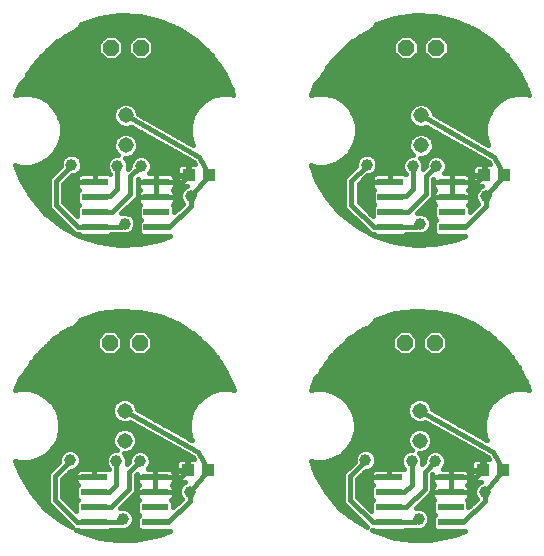
<source format=gbl>
G75*
%MOIN*%
%OFA0B0*%
%FSLAX25Y25*%
%IPPOS*%
%LPD*%
%AMOC8*
5,1,8,0,0,1.08239X$1,22.5*
%
%ADD10C,0.05150*%
%ADD11R,0.08661X0.02362*%
%ADD12OC8,0.05200*%
%ADD13R,0.04331X0.03937*%
%ADD14C,0.03962*%
%ADD15C,0.01600*%
D10*
X0050409Y0045409D03*
X0050409Y0055409D03*
X0050803Y0143835D03*
X0050803Y0153835D03*
X0149228Y0153835D03*
X0149228Y0143835D03*
X0148835Y0055409D03*
X0148835Y0045409D03*
D11*
X0159071Y0033106D03*
X0159071Y0028106D03*
X0159071Y0023106D03*
X0159071Y0018106D03*
X0138598Y0018106D03*
X0138598Y0023106D03*
X0138598Y0028106D03*
X0138598Y0033106D03*
X0060646Y0033106D03*
X0060646Y0028106D03*
X0060646Y0023106D03*
X0060646Y0018106D03*
X0040173Y0018106D03*
X0040173Y0023106D03*
X0040173Y0028106D03*
X0040173Y0033106D03*
X0040567Y0116531D03*
X0040567Y0121531D03*
X0040567Y0126531D03*
X0040567Y0131531D03*
X0061039Y0131531D03*
X0061039Y0126531D03*
X0061039Y0121531D03*
X0061039Y0116531D03*
X0138992Y0116531D03*
X0138992Y0121531D03*
X0138992Y0126531D03*
X0138992Y0131531D03*
X0159465Y0131531D03*
X0159465Y0126531D03*
X0159465Y0121531D03*
X0159465Y0116531D03*
D12*
X0153835Y0077969D03*
X0143835Y0077969D03*
X0055409Y0077969D03*
X0045409Y0077969D03*
X0045803Y0176394D03*
X0055803Y0176394D03*
X0144228Y0176394D03*
X0154228Y0176394D03*
D13*
X0170291Y0133874D03*
X0176984Y0133874D03*
X0078559Y0133874D03*
X0071866Y0133874D03*
X0071472Y0035449D03*
X0078165Y0035449D03*
X0169898Y0035449D03*
X0176591Y0035449D03*
D14*
X0170488Y0028362D03*
X0153953Y0038598D03*
X0146079Y0038598D03*
X0138598Y0038205D03*
X0130724Y0038992D03*
X0148441Y0019307D03*
X0072063Y0028362D03*
X0055528Y0038598D03*
X0047654Y0038598D03*
X0040173Y0038205D03*
X0032299Y0038992D03*
X0050016Y0019307D03*
X0050409Y0117732D03*
X0048047Y0137024D03*
X0040567Y0136630D03*
X0032693Y0137417D03*
X0055921Y0137024D03*
X0072457Y0126787D03*
X0131118Y0137417D03*
X0138992Y0136630D03*
X0146472Y0137024D03*
X0154346Y0137024D03*
X0170882Y0126787D03*
X0148835Y0117732D03*
D15*
X0025817Y0023576D02*
X0023186Y0023576D01*
X0023935Y0022719D02*
X0019416Y0027891D01*
X0015893Y0033787D01*
X0014059Y0038673D01*
X0015354Y0038326D01*
X0018536Y0038326D01*
X0021609Y0039149D01*
X0024364Y0040740D01*
X0026614Y0042990D01*
X0028205Y0045745D01*
X0029028Y0048819D01*
X0029028Y0052000D01*
X0028205Y0055073D01*
X0026614Y0057829D01*
X0024364Y0060079D01*
X0021609Y0061669D01*
X0018536Y0062493D01*
X0015354Y0062493D01*
X0014059Y0062146D01*
X0015582Y0066202D01*
X0017041Y0067661D01*
X0017597Y0069005D01*
X0018615Y0070023D01*
X0019172Y0071368D01*
X0020190Y0072386D01*
X0020495Y0073122D01*
X0020559Y0073148D01*
X0022159Y0074748D01*
X0022267Y0075009D01*
X0022528Y0075117D01*
X0024127Y0076716D01*
X0024235Y0076977D01*
X0024496Y0077085D01*
X0026096Y0078685D01*
X0026204Y0078946D01*
X0026465Y0079054D01*
X0027483Y0080072D01*
X0028827Y0080629D01*
X0029845Y0081647D01*
X0031189Y0082203D01*
X0031535Y0082549D01*
X0033551Y0083385D01*
X0035151Y0084984D01*
X0035432Y0085663D01*
X0041885Y0087759D01*
X0048691Y0088681D01*
X0055552Y0088373D01*
X0062248Y0086845D01*
X0068563Y0084145D01*
X0074295Y0080362D01*
X0079260Y0075615D01*
X0083297Y0070059D01*
X0086277Y0063871D01*
X0086752Y0062148D01*
X0085465Y0062493D01*
X0082283Y0062493D01*
X0079210Y0061669D01*
X0076455Y0060079D01*
X0074205Y0057829D01*
X0072614Y0055073D01*
X0071791Y0052000D01*
X0071791Y0048819D01*
X0072614Y0045745D01*
X0072738Y0045531D01*
X0054584Y0055805D01*
X0054584Y0056240D01*
X0053949Y0057774D01*
X0052774Y0058949D01*
X0051240Y0059584D01*
X0049579Y0059584D01*
X0048045Y0058949D01*
X0046870Y0057774D01*
X0046235Y0056240D01*
X0046235Y0054579D01*
X0046870Y0053045D01*
X0048045Y0051870D01*
X0049579Y0051235D01*
X0051240Y0051235D01*
X0052206Y0051635D01*
X0073110Y0039805D01*
X0073425Y0039217D01*
X0071657Y0039217D01*
X0071657Y0035633D01*
X0071288Y0035633D01*
X0071288Y0035265D01*
X0067507Y0035265D01*
X0067507Y0033243D01*
X0067630Y0032786D01*
X0067867Y0032375D01*
X0068202Y0032040D01*
X0068612Y0031803D01*
X0069070Y0031680D01*
X0070716Y0031680D01*
X0070034Y0031398D01*
X0069027Y0030391D01*
X0068482Y0029075D01*
X0068482Y0027650D01*
X0069027Y0026334D01*
X0069409Y0025952D01*
X0066576Y0023120D01*
X0066576Y0024950D01*
X0066056Y0025470D01*
X0066082Y0025485D01*
X0066417Y0025820D01*
X0066654Y0026230D01*
X0066776Y0026688D01*
X0066776Y0028106D01*
X0060646Y0028106D01*
X0060646Y0028106D01*
X0066776Y0028106D01*
X0066776Y0029524D01*
X0066654Y0029982D01*
X0066417Y0030393D01*
X0066203Y0030606D01*
X0066417Y0030820D01*
X0066654Y0031230D01*
X0066776Y0031688D01*
X0066776Y0033106D01*
X0060646Y0033106D01*
X0060646Y0033106D01*
X0060646Y0030125D01*
X0060646Y0028106D01*
X0060646Y0028106D01*
X0054515Y0028106D01*
X0054515Y0026688D01*
X0054638Y0026230D01*
X0054875Y0025820D01*
X0055210Y0025485D01*
X0055235Y0025470D01*
X0054715Y0024950D01*
X0054715Y0021262D01*
X0055371Y0020606D01*
X0054715Y0019950D01*
X0054715Y0016262D01*
X0055652Y0015325D01*
X0065409Y0015325D01*
X0062248Y0013974D01*
X0055552Y0012446D01*
X0048691Y0012138D01*
X0041885Y0013060D01*
X0035353Y0015182D01*
X0034342Y0015726D01*
X0034779Y0015726D01*
X0035180Y0015325D01*
X0045167Y0015325D01*
X0045548Y0015706D01*
X0049292Y0015706D01*
X0049340Y0015726D01*
X0050728Y0015726D01*
X0052044Y0016271D01*
X0053052Y0017279D01*
X0053597Y0018595D01*
X0053597Y0020019D01*
X0053052Y0021336D01*
X0052044Y0022343D01*
X0050728Y0022888D01*
X0049303Y0022888D01*
X0048985Y0022756D01*
X0053344Y0027115D01*
X0054019Y0027790D01*
X0054384Y0028672D01*
X0054384Y0034061D01*
X0054515Y0034192D01*
X0054515Y0033106D01*
X0054515Y0031688D01*
X0054638Y0031230D01*
X0054875Y0030820D01*
X0055088Y0030606D01*
X0054875Y0030393D01*
X0054638Y0029982D01*
X0054515Y0029524D01*
X0054515Y0028106D01*
X0060646Y0028106D01*
X0060646Y0028106D01*
X0060646Y0033106D01*
X0060646Y0033106D01*
X0066776Y0033106D01*
X0066776Y0034524D01*
X0066654Y0034982D01*
X0066417Y0035393D01*
X0066082Y0035728D01*
X0065671Y0035965D01*
X0065213Y0036087D01*
X0060646Y0036087D01*
X0060646Y0033106D01*
X0069130Y0033106D01*
X0071472Y0035449D01*
X0071288Y0035633D02*
X0067507Y0035633D01*
X0067507Y0037654D01*
X0067630Y0038112D01*
X0067867Y0038523D01*
X0068202Y0038858D01*
X0068612Y0039095D01*
X0069070Y0039217D01*
X0071288Y0039217D01*
X0071288Y0035633D01*
X0071288Y0036364D02*
X0071657Y0036364D01*
X0071657Y0037963D02*
X0071288Y0037963D01*
X0073241Y0039561D02*
X0059005Y0039561D01*
X0059109Y0039311D02*
X0058563Y0040627D01*
X0057556Y0041634D01*
X0056240Y0042180D01*
X0054815Y0042180D01*
X0053499Y0041634D01*
X0052492Y0040627D01*
X0051946Y0039311D01*
X0051946Y0038411D01*
X0051103Y0037568D01*
X0051235Y0037886D01*
X0051235Y0039311D01*
X0050689Y0040627D01*
X0050082Y0041235D01*
X0051240Y0041235D01*
X0052774Y0041870D01*
X0053949Y0043045D01*
X0054584Y0044579D01*
X0054584Y0046240D01*
X0053949Y0047774D01*
X0052774Y0048949D01*
X0051240Y0049584D01*
X0049579Y0049584D01*
X0048045Y0048949D01*
X0046870Y0047774D01*
X0046235Y0046240D01*
X0046235Y0044579D01*
X0046870Y0043045D01*
X0047735Y0042180D01*
X0046941Y0042180D01*
X0045625Y0041634D01*
X0044618Y0040627D01*
X0044072Y0039311D01*
X0044072Y0037886D01*
X0044618Y0036570D01*
X0045254Y0035934D01*
X0045254Y0035933D01*
X0045199Y0035965D01*
X0044741Y0036087D01*
X0040173Y0036087D01*
X0035606Y0036087D01*
X0035148Y0035965D01*
X0034737Y0035728D01*
X0034402Y0035393D01*
X0034165Y0034982D01*
X0034043Y0034524D01*
X0034043Y0033106D01*
X0034043Y0031688D01*
X0034165Y0031230D01*
X0034402Y0030820D01*
X0034737Y0030485D01*
X0034763Y0030470D01*
X0034243Y0029950D01*
X0034243Y0026262D01*
X0034899Y0025606D01*
X0034243Y0024950D01*
X0034243Y0021939D01*
X0029581Y0026600D01*
X0029581Y0032486D01*
X0032506Y0035411D01*
X0033012Y0035411D01*
X0034328Y0035956D01*
X0035335Y0036964D01*
X0035880Y0038280D01*
X0035880Y0039704D01*
X0035335Y0041021D01*
X0034328Y0042028D01*
X0033012Y0042573D01*
X0031587Y0042573D01*
X0030271Y0042028D01*
X0029263Y0041021D01*
X0028718Y0039704D01*
X0028718Y0038411D01*
X0025822Y0035515D01*
X0025146Y0034840D01*
X0024781Y0033958D01*
X0024781Y0025129D01*
X0025146Y0024247D01*
X0032627Y0016766D01*
X0032881Y0016512D01*
X0029304Y0018437D01*
X0023935Y0022719D01*
X0024864Y0021977D02*
X0027416Y0021977D01*
X0026869Y0020379D02*
X0029014Y0020379D01*
X0028873Y0018780D02*
X0030613Y0018780D01*
X0031636Y0017182D02*
X0032211Y0017182D01*
X0034661Y0018126D02*
X0040154Y0018126D01*
X0040173Y0018106D01*
X0048815Y0018106D01*
X0050016Y0019307D01*
X0053448Y0020379D02*
X0055144Y0020379D01*
X0054715Y0021977D02*
X0052410Y0021977D01*
X0054715Y0023576D02*
X0049805Y0023576D01*
X0051403Y0025175D02*
X0054939Y0025175D01*
X0054515Y0026773D02*
X0053002Y0026773D01*
X0054260Y0028372D02*
X0054515Y0028372D01*
X0054634Y0029970D02*
X0054384Y0029970D01*
X0054384Y0031569D02*
X0054547Y0031569D01*
X0054515Y0033106D02*
X0060646Y0033106D01*
X0060646Y0033106D01*
X0060646Y0033106D01*
X0060646Y0036087D01*
X0058081Y0036087D01*
X0058563Y0036570D01*
X0059109Y0037886D01*
X0059109Y0039311D01*
X0059109Y0037963D02*
X0067590Y0037963D01*
X0067507Y0036364D02*
X0058358Y0036364D01*
X0060646Y0034766D02*
X0060646Y0034766D01*
X0060646Y0033167D02*
X0060646Y0033167D01*
X0060646Y0033106D02*
X0054515Y0033106D01*
X0054515Y0033167D02*
X0054384Y0033167D01*
X0051984Y0035055D02*
X0055528Y0038598D01*
X0053024Y0041160D02*
X0050157Y0041160D01*
X0051131Y0039561D02*
X0052050Y0039561D01*
X0051498Y0037963D02*
X0051235Y0037963D01*
X0051984Y0035055D02*
X0051984Y0029150D01*
X0045941Y0023106D01*
X0040173Y0023106D01*
X0040173Y0028106D02*
X0040429Y0028362D01*
X0045291Y0028362D01*
X0047654Y0030724D01*
X0047654Y0038598D01*
X0045150Y0041160D02*
X0035196Y0041160D01*
X0035880Y0039561D02*
X0044176Y0039561D01*
X0044072Y0037963D02*
X0035749Y0037963D01*
X0034736Y0036364D02*
X0044823Y0036364D01*
X0040173Y0036087D02*
X0040173Y0033106D01*
X0034043Y0033106D01*
X0040173Y0033106D01*
X0040173Y0033106D01*
X0040173Y0038205D01*
X0040173Y0036087D02*
X0040173Y0033106D01*
X0040173Y0033106D01*
X0040173Y0033167D02*
X0040173Y0033167D01*
X0040173Y0034766D02*
X0040173Y0034766D01*
X0034107Y0034766D02*
X0031860Y0034766D01*
X0030262Y0033167D02*
X0034043Y0033167D01*
X0034075Y0031569D02*
X0029581Y0031569D01*
X0029581Y0029970D02*
X0034262Y0029970D01*
X0034243Y0028372D02*
X0029581Y0028372D01*
X0029581Y0026773D02*
X0034243Y0026773D01*
X0034467Y0025175D02*
X0031007Y0025175D01*
X0032605Y0023576D02*
X0034243Y0023576D01*
X0034204Y0021977D02*
X0034243Y0021977D01*
X0034661Y0018126D02*
X0027181Y0025606D01*
X0027181Y0033480D01*
X0032299Y0038598D01*
X0032299Y0038992D01*
X0029402Y0041160D02*
X0024784Y0041160D01*
X0026382Y0042758D02*
X0047157Y0042758D01*
X0046327Y0044357D02*
X0027403Y0044357D01*
X0028261Y0045955D02*
X0046235Y0045955D01*
X0046779Y0047554D02*
X0028689Y0047554D01*
X0029028Y0049152D02*
X0048536Y0049152D01*
X0047566Y0052349D02*
X0028935Y0052349D01*
X0029028Y0050751D02*
X0053769Y0050751D01*
X0052283Y0049152D02*
X0056593Y0049152D01*
X0054040Y0047554D02*
X0059418Y0047554D01*
X0062243Y0045955D02*
X0054584Y0045955D01*
X0054492Y0044357D02*
X0065067Y0044357D01*
X0067892Y0042758D02*
X0053662Y0042758D01*
X0058031Y0041160D02*
X0070717Y0041160D01*
X0074898Y0041551D02*
X0050409Y0055409D01*
X0046235Y0055546D02*
X0027932Y0055546D01*
X0028507Y0053948D02*
X0046496Y0053948D01*
X0046609Y0057145D02*
X0027009Y0057145D01*
X0025700Y0058743D02*
X0047839Y0058743D01*
X0052980Y0058743D02*
X0075119Y0058743D01*
X0073810Y0057145D02*
X0054209Y0057145D01*
X0055041Y0055546D02*
X0072887Y0055546D01*
X0072312Y0053948D02*
X0057865Y0053948D01*
X0060690Y0052349D02*
X0071884Y0052349D01*
X0071791Y0050751D02*
X0063515Y0050751D01*
X0066339Y0049152D02*
X0071791Y0049152D01*
X0072129Y0047554D02*
X0069164Y0047554D01*
X0071988Y0045955D02*
X0072558Y0045955D01*
X0074898Y0041551D02*
X0078165Y0035449D01*
X0072063Y0028362D01*
X0072063Y0025213D01*
X0064957Y0018106D01*
X0060646Y0018106D01*
X0062273Y0013985D02*
X0039037Y0013985D01*
X0034922Y0015583D02*
X0034607Y0015583D01*
X0045425Y0015583D02*
X0055394Y0015583D01*
X0054715Y0017182D02*
X0052955Y0017182D01*
X0053597Y0018780D02*
X0054715Y0018780D01*
X0054227Y0012386D02*
X0046855Y0012386D01*
X0060646Y0028372D02*
X0060646Y0028372D01*
X0060646Y0029970D02*
X0060646Y0029970D01*
X0060646Y0031569D02*
X0060646Y0031569D01*
X0066744Y0031569D02*
X0070446Y0031569D01*
X0068853Y0029970D02*
X0066657Y0029970D01*
X0066776Y0028372D02*
X0068482Y0028372D01*
X0068845Y0026773D02*
X0066776Y0026773D01*
X0066352Y0025175D02*
X0068631Y0025175D01*
X0067032Y0023576D02*
X0066576Y0023576D01*
X0066776Y0033167D02*
X0067528Y0033167D01*
X0067507Y0034766D02*
X0066712Y0034766D01*
X0076910Y0060342D02*
X0023909Y0060342D01*
X0020598Y0061940D02*
X0080221Y0061940D01*
X0085667Y0065137D02*
X0015182Y0065137D01*
X0014582Y0063539D02*
X0086368Y0063539D01*
X0084897Y0066736D02*
X0016115Y0066736D01*
X0017320Y0068334D02*
X0084127Y0068334D01*
X0083357Y0069933D02*
X0018525Y0069933D01*
X0019336Y0071531D02*
X0082227Y0071531D01*
X0081066Y0073130D02*
X0020515Y0073130D01*
X0022139Y0074728D02*
X0042710Y0074728D01*
X0043670Y0073769D02*
X0047149Y0073769D01*
X0049609Y0076229D01*
X0049609Y0079708D01*
X0047149Y0082168D01*
X0043670Y0082168D01*
X0041209Y0079708D01*
X0041209Y0076229D01*
X0043670Y0073769D01*
X0041209Y0076327D02*
X0023738Y0076327D01*
X0025336Y0077925D02*
X0041209Y0077925D01*
X0041209Y0079524D02*
X0026935Y0079524D01*
X0029321Y0081122D02*
X0042624Y0081122D01*
X0048195Y0081122D02*
X0052624Y0081122D01*
X0053670Y0082168D02*
X0051209Y0079708D01*
X0051209Y0076229D01*
X0053670Y0073769D01*
X0057149Y0073769D01*
X0059609Y0076229D01*
X0059609Y0079708D01*
X0057149Y0082168D01*
X0053670Y0082168D01*
X0051209Y0079524D02*
X0049609Y0079524D01*
X0049609Y0077925D02*
X0051209Y0077925D01*
X0051209Y0076327D02*
X0049609Y0076327D01*
X0048109Y0074728D02*
X0052710Y0074728D01*
X0058109Y0074728D02*
X0079904Y0074728D01*
X0078515Y0076327D02*
X0059609Y0076327D01*
X0059609Y0077925D02*
X0076844Y0077925D01*
X0075172Y0079524D02*
X0059609Y0079524D01*
X0058195Y0081122D02*
X0073143Y0081122D01*
X0070721Y0082721D02*
X0031949Y0082721D01*
X0034486Y0084319D02*
X0068156Y0084319D01*
X0064416Y0085918D02*
X0036218Y0085918D01*
X0041138Y0087516D02*
X0059305Y0087516D01*
X0055552Y0110871D02*
X0048691Y0110563D01*
X0041885Y0111485D01*
X0035353Y0113607D01*
X0029304Y0116862D01*
X0023935Y0121144D01*
X0019416Y0126316D01*
X0015893Y0132212D01*
X0014015Y0137215D01*
X0015748Y0136751D01*
X0018929Y0136751D01*
X0022003Y0137575D01*
X0024758Y0139165D01*
X0027008Y0141415D01*
X0028599Y0144171D01*
X0029422Y0147244D01*
X0029422Y0150425D01*
X0028599Y0153499D01*
X0027008Y0156254D01*
X0024758Y0158504D01*
X0022003Y0160095D01*
X0018929Y0160918D01*
X0015748Y0160918D01*
X0014015Y0160454D01*
X0015473Y0164337D01*
X0015835Y0164487D01*
X0017434Y0166086D01*
X0017991Y0167430D01*
X0019009Y0168449D01*
X0019566Y0169793D01*
X0020584Y0170811D01*
X0020889Y0171547D01*
X0020953Y0171573D01*
X0022552Y0173173D01*
X0022661Y0173434D01*
X0022922Y0173542D01*
X0024521Y0175141D01*
X0024629Y0175402D01*
X0024890Y0175510D01*
X0026489Y0177110D01*
X0026598Y0177371D01*
X0026859Y0177479D01*
X0027877Y0178497D01*
X0029221Y0179054D01*
X0030239Y0180072D01*
X0031583Y0180629D01*
X0031929Y0180975D01*
X0033945Y0181810D01*
X0035545Y0183409D01*
X0035887Y0184236D01*
X0041885Y0186184D01*
X0048691Y0187106D01*
X0055552Y0186798D01*
X0062248Y0185270D01*
X0068563Y0182570D01*
X0074295Y0178787D01*
X0079260Y0174040D01*
X0083297Y0168484D01*
X0086277Y0162296D01*
X0086721Y0160687D01*
X0085859Y0160918D01*
X0082677Y0160918D01*
X0079604Y0160095D01*
X0076848Y0158504D01*
X0074599Y0156254D01*
X0073008Y0153499D01*
X0072184Y0150425D01*
X0072184Y0147244D01*
X0073008Y0144171D01*
X0073131Y0143956D01*
X0054978Y0154230D01*
X0054978Y0154665D01*
X0054342Y0156199D01*
X0053168Y0157374D01*
X0051634Y0158009D01*
X0049973Y0158009D01*
X0048438Y0157374D01*
X0047264Y0156199D01*
X0046628Y0154665D01*
X0046628Y0153004D01*
X0047264Y0151470D01*
X0048438Y0150295D01*
X0049973Y0149660D01*
X0051634Y0149660D01*
X0052600Y0150060D01*
X0073504Y0138230D01*
X0073819Y0137643D01*
X0072050Y0137643D01*
X0072050Y0134058D01*
X0071682Y0134058D01*
X0071682Y0133690D01*
X0067901Y0133690D01*
X0067901Y0131669D01*
X0068023Y0131211D01*
X0068260Y0130800D01*
X0068596Y0130465D01*
X0069006Y0130228D01*
X0069464Y0130106D01*
X0071109Y0130105D01*
X0070428Y0129823D01*
X0069421Y0128816D01*
X0068876Y0127500D01*
X0068876Y0126075D01*
X0069421Y0124759D01*
X0069802Y0124377D01*
X0066970Y0121545D01*
X0066970Y0123375D01*
X0066450Y0123895D01*
X0066475Y0123910D01*
X0066810Y0124245D01*
X0067047Y0124656D01*
X0067170Y0125113D01*
X0067170Y0126531D01*
X0061039Y0126531D01*
X0054909Y0126531D01*
X0054909Y0125113D01*
X0055031Y0124656D01*
X0055268Y0124245D01*
X0055603Y0123910D01*
X0055629Y0123895D01*
X0055109Y0123375D01*
X0055109Y0119688D01*
X0055765Y0119031D01*
X0055109Y0118375D01*
X0055109Y0114688D01*
X0056046Y0113750D01*
X0065409Y0113750D01*
X0062248Y0112399D01*
X0055552Y0110871D01*
X0058282Y0111494D02*
X0041856Y0111494D01*
X0045560Y0113750D02*
X0045941Y0114131D01*
X0049686Y0114131D01*
X0049734Y0114151D01*
X0051122Y0114151D01*
X0052438Y0114696D01*
X0053445Y0115704D01*
X0053991Y0117020D01*
X0053991Y0118445D01*
X0053445Y0119761D01*
X0052438Y0120768D01*
X0051122Y0121313D01*
X0049697Y0121313D01*
X0049379Y0121181D01*
X0053737Y0125540D01*
X0054413Y0126215D01*
X0054778Y0127097D01*
X0054778Y0132486D01*
X0054909Y0132617D01*
X0054909Y0131532D01*
X0061039Y0131532D01*
X0061039Y0134513D01*
X0058475Y0134513D01*
X0058957Y0134995D01*
X0059502Y0136311D01*
X0059502Y0137736D01*
X0058957Y0139052D01*
X0057950Y0140060D01*
X0056634Y0140605D01*
X0055209Y0140605D01*
X0053893Y0140060D01*
X0052885Y0139052D01*
X0052340Y0137736D01*
X0052340Y0136837D01*
X0051496Y0135993D01*
X0051628Y0136311D01*
X0051628Y0137736D01*
X0051083Y0139052D01*
X0050475Y0139660D01*
X0051634Y0139660D01*
X0053168Y0140295D01*
X0054342Y0141470D01*
X0054978Y0143004D01*
X0054978Y0144665D01*
X0054342Y0146199D01*
X0053168Y0147374D01*
X0051634Y0148009D01*
X0049973Y0148009D01*
X0048438Y0147374D01*
X0047264Y0146199D01*
X0046628Y0144665D01*
X0046628Y0143004D01*
X0047264Y0141470D01*
X0048129Y0140605D01*
X0047335Y0140605D01*
X0046019Y0140060D01*
X0045011Y0139052D01*
X0044466Y0137736D01*
X0044466Y0136311D01*
X0045011Y0134995D01*
X0045647Y0134359D01*
X0045647Y0134358D01*
X0045592Y0134390D01*
X0045135Y0134513D01*
X0040567Y0134513D01*
X0040567Y0131532D01*
X0040567Y0131532D01*
X0040567Y0134513D01*
X0035999Y0134513D01*
X0035541Y0134390D01*
X0035131Y0134153D01*
X0034796Y0133818D01*
X0034559Y0133407D01*
X0034436Y0132950D01*
X0034436Y0131532D01*
X0040567Y0131532D01*
X0040567Y0131531D01*
X0034436Y0131531D01*
X0034436Y0130113D01*
X0034559Y0129656D01*
X0034796Y0129245D01*
X0035131Y0128910D01*
X0035156Y0128895D01*
X0034636Y0128375D01*
X0034636Y0124688D01*
X0035292Y0124031D01*
X0034636Y0123375D01*
X0034636Y0120364D01*
X0029975Y0125026D01*
X0029975Y0130911D01*
X0032900Y0133836D01*
X0033405Y0133836D01*
X0034721Y0134381D01*
X0035729Y0135389D01*
X0036274Y0136705D01*
X0036274Y0138130D01*
X0035729Y0139446D01*
X0034721Y0140453D01*
X0033405Y0140998D01*
X0031981Y0140998D01*
X0030664Y0140453D01*
X0029657Y0139446D01*
X0029112Y0138130D01*
X0029112Y0136837D01*
X0026215Y0133940D01*
X0025540Y0133265D01*
X0025175Y0132383D01*
X0025175Y0123554D01*
X0025540Y0122672D01*
X0033020Y0115192D01*
X0033696Y0114517D01*
X0034578Y0114151D01*
X0035173Y0114151D01*
X0035573Y0113750D01*
X0045560Y0113750D01*
X0049209Y0116531D02*
X0040567Y0116531D01*
X0040547Y0116551D01*
X0035055Y0116551D01*
X0027575Y0124031D01*
X0027575Y0131906D01*
X0032693Y0137024D01*
X0032693Y0137417D01*
X0033495Y0133873D02*
X0034851Y0133873D01*
X0034436Y0132275D02*
X0031338Y0132275D01*
X0029975Y0130676D02*
X0034436Y0130676D01*
X0034963Y0129078D02*
X0029975Y0129078D01*
X0029975Y0127479D02*
X0034636Y0127479D01*
X0034636Y0125881D02*
X0029975Y0125881D01*
X0030718Y0124282D02*
X0035042Y0124282D01*
X0034636Y0122684D02*
X0032317Y0122684D01*
X0033915Y0121085D02*
X0034636Y0121085D01*
X0030324Y0117888D02*
X0028018Y0117888D01*
X0028725Y0119487D02*
X0026013Y0119487D01*
X0027127Y0121085D02*
X0024009Y0121085D01*
X0022590Y0122684D02*
X0025535Y0122684D01*
X0025175Y0124282D02*
X0021193Y0124282D01*
X0019796Y0125881D02*
X0025175Y0125881D01*
X0025175Y0127479D02*
X0018721Y0127479D01*
X0017766Y0129078D02*
X0025175Y0129078D01*
X0025175Y0130676D02*
X0016811Y0130676D01*
X0015870Y0132275D02*
X0025175Y0132275D01*
X0026148Y0133873D02*
X0015270Y0133873D01*
X0014670Y0135472D02*
X0027747Y0135472D01*
X0029112Y0137070D02*
X0020120Y0137070D01*
X0023898Y0138669D02*
X0029335Y0138669D01*
X0030478Y0140267D02*
X0025860Y0140267D01*
X0027268Y0141866D02*
X0047100Y0141866D01*
X0046628Y0143464D02*
X0028191Y0143464D01*
X0028838Y0145063D02*
X0046793Y0145063D01*
X0047726Y0146661D02*
X0029266Y0146661D01*
X0029422Y0148260D02*
X0055781Y0148260D01*
X0053880Y0146661D02*
X0058606Y0146661D01*
X0061430Y0145063D02*
X0054813Y0145063D01*
X0054978Y0143464D02*
X0064255Y0143464D01*
X0067080Y0141866D02*
X0054506Y0141866D01*
X0054394Y0140267D02*
X0053100Y0140267D01*
X0052727Y0138669D02*
X0051242Y0138669D01*
X0051628Y0137070D02*
X0052340Y0137070D01*
X0055921Y0137024D02*
X0052378Y0133480D01*
X0052378Y0127575D01*
X0046335Y0121531D01*
X0040567Y0121531D01*
X0040567Y0126531D02*
X0040823Y0126787D01*
X0045685Y0126787D01*
X0048047Y0129150D01*
X0048047Y0137024D01*
X0044466Y0137070D02*
X0036274Y0137070D01*
X0036051Y0138669D02*
X0044853Y0138669D01*
X0046520Y0140267D02*
X0034907Y0140267D01*
X0035763Y0135472D02*
X0044814Y0135472D01*
X0040567Y0136630D02*
X0040567Y0131531D01*
X0040567Y0132275D02*
X0040567Y0132275D01*
X0040567Y0133873D02*
X0040567Y0133873D01*
X0050881Y0122684D02*
X0055109Y0122684D01*
X0055109Y0121085D02*
X0051673Y0121085D01*
X0053559Y0119487D02*
X0055310Y0119487D01*
X0055109Y0117888D02*
X0053991Y0117888D01*
X0053688Y0116290D02*
X0055109Y0116290D01*
X0055109Y0114691D02*
X0052425Y0114691D01*
X0050409Y0117732D02*
X0049209Y0116531D01*
X0052479Y0124282D02*
X0055247Y0124282D01*
X0054909Y0125881D02*
X0054078Y0125881D01*
X0054909Y0126532D02*
X0061039Y0126532D01*
X0061039Y0131531D01*
X0061039Y0131531D01*
X0054909Y0131531D01*
X0054909Y0130113D01*
X0055031Y0129656D01*
X0055268Y0129245D01*
X0055482Y0129031D01*
X0055268Y0128818D01*
X0055031Y0128407D01*
X0054909Y0127950D01*
X0054909Y0126532D01*
X0054909Y0127479D02*
X0054778Y0127479D01*
X0054778Y0129078D02*
X0055436Y0129078D01*
X0054909Y0130676D02*
X0054778Y0130676D01*
X0054778Y0132275D02*
X0054909Y0132275D01*
X0059155Y0135472D02*
X0067901Y0135472D01*
X0067901Y0136079D02*
X0067901Y0134058D01*
X0071682Y0134058D01*
X0071682Y0137643D01*
X0069464Y0137643D01*
X0069006Y0137520D01*
X0068596Y0137283D01*
X0068260Y0136948D01*
X0068023Y0136537D01*
X0067901Y0136079D01*
X0068383Y0137070D02*
X0059502Y0137070D01*
X0059116Y0138669D02*
X0072729Y0138669D01*
X0072050Y0137070D02*
X0071682Y0137070D01*
X0071682Y0135472D02*
X0072050Y0135472D01*
X0071866Y0133874D02*
X0069524Y0131531D01*
X0061039Y0131531D01*
X0061039Y0131532D01*
X0061039Y0131532D01*
X0061039Y0134513D01*
X0065607Y0134513D01*
X0066065Y0134390D01*
X0066475Y0134153D01*
X0066810Y0133818D01*
X0067047Y0133407D01*
X0067170Y0132950D01*
X0067170Y0131532D01*
X0061039Y0131532D01*
X0061039Y0131531D01*
X0061039Y0128550D01*
X0061039Y0126532D01*
X0061039Y0126532D01*
X0061039Y0126531D01*
X0061039Y0126532D01*
X0067170Y0126532D01*
X0067170Y0127950D01*
X0067047Y0128407D01*
X0066810Y0128818D01*
X0066597Y0129031D01*
X0066810Y0129245D01*
X0067047Y0129656D01*
X0067170Y0130113D01*
X0067170Y0131531D01*
X0061039Y0131531D01*
X0061039Y0132275D02*
X0061039Y0132275D01*
X0061039Y0133873D02*
X0061039Y0133873D01*
X0061039Y0130676D02*
X0061039Y0130676D01*
X0061039Y0129078D02*
X0061039Y0129078D01*
X0061039Y0127479D02*
X0061039Y0127479D01*
X0066643Y0129078D02*
X0069683Y0129078D01*
X0068876Y0127479D02*
X0067170Y0127479D01*
X0067170Y0125881D02*
X0068956Y0125881D01*
X0069707Y0124282D02*
X0066832Y0124282D01*
X0066970Y0122684D02*
X0068109Y0122684D01*
X0072457Y0123638D02*
X0072457Y0126787D01*
X0078559Y0133874D01*
X0075291Y0139976D01*
X0050803Y0153835D01*
X0049493Y0149858D02*
X0029422Y0149858D01*
X0029146Y0151457D02*
X0047277Y0151457D01*
X0046628Y0153055D02*
X0028717Y0153055D01*
X0027932Y0154654D02*
X0046628Y0154654D01*
X0047317Y0156252D02*
X0027009Y0156252D01*
X0025411Y0157851D02*
X0049590Y0157851D01*
X0052016Y0157851D02*
X0076195Y0157851D01*
X0074598Y0156252D02*
X0054289Y0156252D01*
X0054978Y0154654D02*
X0073675Y0154654D01*
X0072889Y0153055D02*
X0057053Y0153055D01*
X0059878Y0151457D02*
X0072461Y0151457D01*
X0072184Y0149858D02*
X0062702Y0149858D01*
X0065527Y0148260D02*
X0072184Y0148260D01*
X0072340Y0146661D02*
X0068352Y0146661D01*
X0071176Y0145063D02*
X0072769Y0145063D01*
X0069904Y0140267D02*
X0057448Y0140267D01*
X0052956Y0149858D02*
X0052113Y0149858D01*
X0066755Y0133873D02*
X0071682Y0133873D01*
X0067901Y0132275D02*
X0067170Y0132275D01*
X0067170Y0130676D02*
X0068384Y0130676D01*
X0072457Y0123638D02*
X0065350Y0116531D01*
X0061039Y0116531D01*
X0063870Y0113093D02*
X0036937Y0113093D01*
X0033521Y0114691D02*
X0033338Y0114691D01*
X0031923Y0116290D02*
X0030368Y0116290D01*
X0014557Y0137070D02*
X0014070Y0137070D01*
X0014238Y0161048D02*
X0086621Y0161048D01*
X0086108Y0162646D02*
X0014838Y0162646D01*
X0015438Y0164245D02*
X0085338Y0164245D01*
X0084568Y0165844D02*
X0017192Y0165844D01*
X0018003Y0167442D02*
X0083799Y0167442D01*
X0082892Y0169041D02*
X0019254Y0169041D01*
X0020412Y0170639D02*
X0081731Y0170639D01*
X0080570Y0172238D02*
X0057587Y0172238D01*
X0057543Y0172194D02*
X0060003Y0174654D01*
X0060003Y0178133D01*
X0057543Y0180594D01*
X0054063Y0180594D01*
X0051603Y0178133D01*
X0051603Y0174654D01*
X0054063Y0172194D01*
X0057543Y0172194D01*
X0059185Y0173836D02*
X0079408Y0173836D01*
X0077802Y0175435D02*
X0060003Y0175435D01*
X0060003Y0177033D02*
X0076130Y0177033D01*
X0074458Y0178632D02*
X0059505Y0178632D01*
X0057906Y0180230D02*
X0072109Y0180230D01*
X0069687Y0181829D02*
X0033964Y0181829D01*
X0035552Y0183427D02*
X0066559Y0183427D01*
X0062819Y0185026D02*
X0038318Y0185026D01*
X0043700Y0180230D02*
X0030621Y0180230D01*
X0028201Y0178632D02*
X0042101Y0178632D01*
X0041603Y0178133D02*
X0044063Y0180594D01*
X0047543Y0180594D01*
X0050003Y0178133D01*
X0050003Y0174654D01*
X0047543Y0172194D01*
X0044063Y0172194D01*
X0041603Y0174654D01*
X0041603Y0178133D01*
X0041603Y0177033D02*
X0026413Y0177033D01*
X0024707Y0175435D02*
X0041603Y0175435D01*
X0042421Y0173836D02*
X0023216Y0173836D01*
X0021617Y0172238D02*
X0044020Y0172238D01*
X0047587Y0172238D02*
X0054020Y0172238D01*
X0052421Y0173836D02*
X0049185Y0173836D01*
X0050003Y0175435D02*
X0051603Y0175435D01*
X0051603Y0177033D02*
X0050003Y0177033D01*
X0049505Y0178632D02*
X0052101Y0178632D01*
X0053700Y0180230D02*
X0047906Y0180230D01*
X0045131Y0186624D02*
X0056314Y0186624D01*
X0078486Y0159449D02*
X0023120Y0159449D01*
X0112441Y0160454D02*
X0113898Y0164337D01*
X0114260Y0164487D01*
X0115860Y0166086D01*
X0116416Y0167430D01*
X0117434Y0168449D01*
X0117991Y0169793D01*
X0119009Y0170811D01*
X0119314Y0171547D01*
X0119378Y0171573D01*
X0120978Y0173173D01*
X0121086Y0173434D01*
X0121347Y0173542D01*
X0122946Y0175141D01*
X0123054Y0175402D01*
X0123315Y0175510D01*
X0124915Y0177110D01*
X0125023Y0177371D01*
X0125284Y0177479D01*
X0126302Y0178497D01*
X0127646Y0179054D01*
X0128664Y0180072D01*
X0130008Y0180629D01*
X0130354Y0180975D01*
X0132370Y0181810D01*
X0133970Y0183409D01*
X0134312Y0184236D01*
X0140310Y0186184D01*
X0147116Y0187106D01*
X0153977Y0186798D01*
X0160673Y0185270D01*
X0166989Y0182570D01*
X0172721Y0178787D01*
X0177685Y0174040D01*
X0181722Y0168484D01*
X0184702Y0162296D01*
X0185146Y0160687D01*
X0184284Y0160918D01*
X0181102Y0160918D01*
X0178029Y0160095D01*
X0175273Y0158504D01*
X0173024Y0156254D01*
X0171433Y0153499D01*
X0170609Y0150425D01*
X0170609Y0147244D01*
X0171433Y0144171D01*
X0171557Y0143956D01*
X0153403Y0154230D01*
X0153403Y0154665D01*
X0152768Y0156199D01*
X0151593Y0157374D01*
X0150059Y0158009D01*
X0148398Y0158009D01*
X0146864Y0157374D01*
X0145689Y0156199D01*
X0145054Y0154665D01*
X0145054Y0153004D01*
X0145689Y0151470D01*
X0146864Y0150295D01*
X0148398Y0149660D01*
X0150059Y0149660D01*
X0151025Y0150060D01*
X0171929Y0138230D01*
X0172244Y0137643D01*
X0170476Y0137643D01*
X0170476Y0134058D01*
X0170107Y0134058D01*
X0170107Y0133690D01*
X0166326Y0133690D01*
X0166326Y0131669D01*
X0166449Y0131211D01*
X0166686Y0130800D01*
X0167021Y0130465D01*
X0167431Y0130228D01*
X0167889Y0130106D01*
X0169535Y0130106D01*
X0168853Y0129823D01*
X0167846Y0128816D01*
X0167301Y0127500D01*
X0167301Y0126075D01*
X0167846Y0124759D01*
X0168227Y0124377D01*
X0165395Y0121545D01*
X0165395Y0123375D01*
X0164875Y0123895D01*
X0164900Y0123910D01*
X0165236Y0124245D01*
X0165473Y0124656D01*
X0165595Y0125113D01*
X0165595Y0126531D01*
X0159465Y0126531D01*
X0159465Y0126532D01*
X0159464Y0126532D01*
X0159464Y0126531D01*
X0153334Y0126531D01*
X0153334Y0125113D01*
X0153457Y0124656D01*
X0153693Y0124245D01*
X0154029Y0123910D01*
X0154054Y0123895D01*
X0153534Y0123375D01*
X0153534Y0119688D01*
X0154190Y0119031D01*
X0153534Y0118375D01*
X0153534Y0114688D01*
X0154471Y0113750D01*
X0163834Y0113750D01*
X0160673Y0112399D01*
X0153977Y0110871D01*
X0147116Y0110563D01*
X0140310Y0111485D01*
X0133778Y0113607D01*
X0127730Y0116862D01*
X0122360Y0121144D01*
X0117841Y0126316D01*
X0114318Y0132212D01*
X0112441Y0137215D01*
X0114173Y0136751D01*
X0117355Y0136751D01*
X0120428Y0137575D01*
X0123183Y0139165D01*
X0125433Y0141415D01*
X0127024Y0144171D01*
X0127847Y0147244D01*
X0127847Y0150425D01*
X0127024Y0153499D01*
X0125433Y0156254D01*
X0123183Y0158504D01*
X0120428Y0160095D01*
X0117355Y0160918D01*
X0114173Y0160918D01*
X0112441Y0160454D01*
X0112664Y0161048D02*
X0185046Y0161048D01*
X0184533Y0162646D02*
X0113264Y0162646D01*
X0113863Y0164245D02*
X0183763Y0164245D01*
X0182994Y0165844D02*
X0115617Y0165844D01*
X0116428Y0167442D02*
X0182224Y0167442D01*
X0181318Y0169041D02*
X0117680Y0169041D01*
X0118837Y0170639D02*
X0180156Y0170639D01*
X0178995Y0172238D02*
X0156012Y0172238D01*
X0155968Y0172194D02*
X0158428Y0174654D01*
X0158428Y0178133D01*
X0155968Y0180594D01*
X0152489Y0180594D01*
X0150028Y0178133D01*
X0150028Y0174654D01*
X0152489Y0172194D01*
X0155968Y0172194D01*
X0157610Y0173836D02*
X0177833Y0173836D01*
X0176227Y0175435D02*
X0158428Y0175435D01*
X0158428Y0177033D02*
X0174555Y0177033D01*
X0172883Y0178632D02*
X0157930Y0178632D01*
X0156332Y0180230D02*
X0170534Y0180230D01*
X0168112Y0181829D02*
X0132389Y0181829D01*
X0133977Y0183427D02*
X0164984Y0183427D01*
X0161244Y0185026D02*
X0136744Y0185026D01*
X0142125Y0180230D02*
X0129046Y0180230D01*
X0126627Y0178632D02*
X0140527Y0178632D01*
X0140028Y0178133D02*
X0140028Y0174654D01*
X0142489Y0172194D01*
X0145968Y0172194D01*
X0148428Y0174654D01*
X0148428Y0178133D01*
X0145968Y0180594D01*
X0142489Y0180594D01*
X0140028Y0178133D01*
X0140028Y0177033D02*
X0124838Y0177033D01*
X0123132Y0175435D02*
X0140028Y0175435D01*
X0140846Y0173836D02*
X0121641Y0173836D01*
X0120042Y0172238D02*
X0142445Y0172238D01*
X0146012Y0172238D02*
X0152445Y0172238D01*
X0150846Y0173836D02*
X0147610Y0173836D01*
X0148428Y0175435D02*
X0150028Y0175435D01*
X0150028Y0177033D02*
X0148428Y0177033D01*
X0147930Y0178632D02*
X0150527Y0178632D01*
X0152125Y0180230D02*
X0146332Y0180230D01*
X0143557Y0186624D02*
X0154739Y0186624D01*
X0176911Y0159449D02*
X0121545Y0159449D01*
X0123836Y0157851D02*
X0148015Y0157851D01*
X0150441Y0157851D02*
X0174621Y0157851D01*
X0173023Y0156252D02*
X0152715Y0156252D01*
X0153403Y0154654D02*
X0172100Y0154654D01*
X0171314Y0153055D02*
X0155478Y0153055D01*
X0158303Y0151457D02*
X0170886Y0151457D01*
X0170609Y0149858D02*
X0161127Y0149858D01*
X0163952Y0148260D02*
X0170609Y0148260D01*
X0170766Y0146661D02*
X0166777Y0146661D01*
X0169601Y0145063D02*
X0171194Y0145063D01*
X0168329Y0140267D02*
X0155873Y0140267D01*
X0156375Y0140060D02*
X0155059Y0140605D01*
X0153634Y0140605D01*
X0152318Y0140060D01*
X0151311Y0139052D01*
X0150765Y0137736D01*
X0150765Y0136837D01*
X0149922Y0135993D01*
X0150054Y0136311D01*
X0150054Y0137736D01*
X0149508Y0139052D01*
X0148901Y0139660D01*
X0150059Y0139660D01*
X0151593Y0140295D01*
X0152768Y0141470D01*
X0153403Y0143004D01*
X0153403Y0144665D01*
X0152768Y0146199D01*
X0151593Y0147374D01*
X0150059Y0148009D01*
X0148398Y0148009D01*
X0146864Y0147374D01*
X0145689Y0146199D01*
X0145054Y0144665D01*
X0145054Y0143004D01*
X0145689Y0141470D01*
X0146554Y0140605D01*
X0145760Y0140605D01*
X0144444Y0140060D01*
X0143437Y0139052D01*
X0142891Y0137736D01*
X0142891Y0136311D01*
X0143437Y0134995D01*
X0144072Y0134359D01*
X0144072Y0134358D01*
X0144018Y0134390D01*
X0143560Y0134513D01*
X0138992Y0134513D01*
X0134424Y0134513D01*
X0133967Y0134390D01*
X0133556Y0134153D01*
X0133221Y0133818D01*
X0132984Y0133407D01*
X0132861Y0132950D01*
X0132861Y0131532D01*
X0138992Y0131532D01*
X0138992Y0134513D01*
X0138992Y0131532D01*
X0138992Y0131532D01*
X0138992Y0131531D01*
X0132861Y0131531D01*
X0132861Y0130113D01*
X0132984Y0129656D01*
X0133221Y0129245D01*
X0133556Y0128910D01*
X0133582Y0128895D01*
X0133061Y0128375D01*
X0133061Y0124688D01*
X0133718Y0124031D01*
X0133061Y0123375D01*
X0133061Y0120364D01*
X0128400Y0125026D01*
X0128400Y0130911D01*
X0131325Y0133836D01*
X0131830Y0133836D01*
X0133147Y0134381D01*
X0134154Y0135389D01*
X0134699Y0136705D01*
X0134699Y0138130D01*
X0134154Y0139446D01*
X0133147Y0140453D01*
X0131830Y0140998D01*
X0130406Y0140998D01*
X0129090Y0140453D01*
X0128082Y0139446D01*
X0127537Y0138130D01*
X0127537Y0136837D01*
X0124641Y0133940D01*
X0123965Y0133265D01*
X0123600Y0132383D01*
X0123600Y0123554D01*
X0123965Y0122672D01*
X0131446Y0115192D01*
X0132121Y0114517D01*
X0133003Y0114151D01*
X0133598Y0114151D01*
X0133999Y0113750D01*
X0143986Y0113750D01*
X0144367Y0114131D01*
X0148111Y0114131D01*
X0148159Y0114151D01*
X0149547Y0114151D01*
X0150863Y0114696D01*
X0151871Y0115704D01*
X0152416Y0117020D01*
X0152416Y0118445D01*
X0151871Y0119761D01*
X0150863Y0120768D01*
X0149547Y0121313D01*
X0148122Y0121313D01*
X0147804Y0121181D01*
X0152163Y0125540D01*
X0152838Y0126215D01*
X0153203Y0127097D01*
X0153203Y0132486D01*
X0153334Y0132617D01*
X0153334Y0131532D01*
X0159464Y0131532D01*
X0159464Y0134513D01*
X0156900Y0134513D01*
X0157382Y0134995D01*
X0157928Y0136311D01*
X0157928Y0137736D01*
X0157382Y0139052D01*
X0156375Y0140060D01*
X0157541Y0138669D02*
X0171154Y0138669D01*
X0170107Y0137643D02*
X0167889Y0137643D01*
X0167431Y0137520D01*
X0167021Y0137283D01*
X0166686Y0136948D01*
X0166449Y0136537D01*
X0166326Y0136079D01*
X0166326Y0134058D01*
X0170107Y0134058D01*
X0170107Y0137643D01*
X0170107Y0137070D02*
X0170476Y0137070D01*
X0170476Y0135472D02*
X0170107Y0135472D01*
X0170107Y0133873D02*
X0165180Y0133873D01*
X0165236Y0133818D02*
X0164900Y0134153D01*
X0164490Y0134390D01*
X0164032Y0134513D01*
X0159465Y0134513D01*
X0159465Y0131532D01*
X0159464Y0131532D01*
X0159464Y0131531D01*
X0153334Y0131531D01*
X0153334Y0130113D01*
X0153457Y0129656D01*
X0153693Y0129245D01*
X0153907Y0129031D01*
X0153693Y0128818D01*
X0153457Y0128407D01*
X0153334Y0127950D01*
X0153334Y0126532D01*
X0159464Y0126532D01*
X0159464Y0131531D01*
X0159465Y0131531D01*
X0159465Y0131532D01*
X0165595Y0131532D01*
X0165595Y0132950D01*
X0165473Y0133407D01*
X0165236Y0133818D01*
X0165595Y0132275D02*
X0166326Y0132275D01*
X0165595Y0131531D02*
X0159465Y0131531D01*
X0159465Y0128550D01*
X0159465Y0126532D01*
X0165595Y0126532D01*
X0165595Y0127950D01*
X0165473Y0128407D01*
X0165236Y0128818D01*
X0165022Y0129031D01*
X0165236Y0129245D01*
X0165473Y0129656D01*
X0165595Y0130113D01*
X0165595Y0131531D01*
X0165595Y0130676D02*
X0166810Y0130676D01*
X0167949Y0131531D02*
X0170291Y0133874D01*
X0167949Y0131531D02*
X0159465Y0131531D01*
X0159464Y0132275D02*
X0159465Y0132275D01*
X0159464Y0133873D02*
X0159465Y0133873D01*
X0157580Y0135472D02*
X0166326Y0135472D01*
X0166808Y0137070D02*
X0157928Y0137070D01*
X0154346Y0137024D02*
X0150803Y0133480D01*
X0150803Y0127575D01*
X0144760Y0121531D01*
X0138992Y0121531D01*
X0138972Y0116551D02*
X0138992Y0116531D01*
X0147634Y0116531D01*
X0148835Y0117732D01*
X0150098Y0121085D02*
X0153534Y0121085D01*
X0153534Y0122684D02*
X0149306Y0122684D01*
X0150905Y0124282D02*
X0153672Y0124282D01*
X0153334Y0125881D02*
X0152503Y0125881D01*
X0153203Y0127479D02*
X0153334Y0127479D01*
X0153203Y0129078D02*
X0153861Y0129078D01*
X0153334Y0130676D02*
X0153203Y0130676D01*
X0153203Y0132275D02*
X0153334Y0132275D01*
X0150765Y0137070D02*
X0150054Y0137070D01*
X0149667Y0138669D02*
X0151152Y0138669D01*
X0151525Y0140267D02*
X0152820Y0140267D01*
X0152932Y0141866D02*
X0165505Y0141866D01*
X0162680Y0143464D02*
X0153403Y0143464D01*
X0153238Y0145063D02*
X0159856Y0145063D01*
X0157031Y0146661D02*
X0152306Y0146661D01*
X0154206Y0148260D02*
X0127847Y0148260D01*
X0127847Y0149858D02*
X0147919Y0149858D01*
X0150538Y0149858D02*
X0151382Y0149858D01*
X0149228Y0153835D02*
X0173717Y0139976D01*
X0176984Y0133874D01*
X0170882Y0126787D01*
X0170882Y0123638D01*
X0163776Y0116531D01*
X0159465Y0116531D01*
X0162295Y0113093D02*
X0135362Y0113093D01*
X0131946Y0114691D02*
X0131764Y0114691D01*
X0130348Y0116290D02*
X0128793Y0116290D01*
X0128749Y0117888D02*
X0126443Y0117888D01*
X0127151Y0119487D02*
X0124438Y0119487D01*
X0125552Y0121085D02*
X0122434Y0121085D01*
X0121015Y0122684D02*
X0123961Y0122684D01*
X0123600Y0124282D02*
X0119618Y0124282D01*
X0118222Y0125881D02*
X0123600Y0125881D01*
X0123600Y0127479D02*
X0117146Y0127479D01*
X0116191Y0129078D02*
X0123600Y0129078D01*
X0123600Y0130676D02*
X0115236Y0130676D01*
X0114295Y0132275D02*
X0123600Y0132275D01*
X0124574Y0133873D02*
X0113695Y0133873D01*
X0113095Y0135472D02*
X0126172Y0135472D01*
X0127537Y0137070D02*
X0118546Y0137070D01*
X0122323Y0138669D02*
X0127760Y0138669D01*
X0128904Y0140267D02*
X0124285Y0140267D01*
X0125693Y0141866D02*
X0145525Y0141866D01*
X0145054Y0143464D02*
X0126616Y0143464D01*
X0127263Y0145063D02*
X0145218Y0145063D01*
X0146151Y0146661D02*
X0127691Y0146661D01*
X0127571Y0151457D02*
X0145702Y0151457D01*
X0145054Y0153055D02*
X0127143Y0153055D01*
X0126357Y0154654D02*
X0145054Y0154654D01*
X0145742Y0156252D02*
X0125434Y0156252D01*
X0133333Y0140267D02*
X0144946Y0140267D01*
X0143278Y0138669D02*
X0134476Y0138669D01*
X0134699Y0137070D02*
X0142891Y0137070D01*
X0143239Y0135472D02*
X0134188Y0135472D01*
X0133277Y0133873D02*
X0131920Y0133873D01*
X0132861Y0132275D02*
X0129763Y0132275D01*
X0128400Y0130676D02*
X0132861Y0130676D01*
X0133388Y0129078D02*
X0128400Y0129078D01*
X0128400Y0127479D02*
X0133061Y0127479D01*
X0133061Y0125881D02*
X0128400Y0125881D01*
X0129143Y0124282D02*
X0133467Y0124282D01*
X0133061Y0122684D02*
X0130742Y0122684D01*
X0132340Y0121085D02*
X0133061Y0121085D01*
X0133480Y0116551D02*
X0138972Y0116551D01*
X0140281Y0111494D02*
X0156707Y0111494D01*
X0153534Y0114691D02*
X0150851Y0114691D01*
X0152113Y0116290D02*
X0153534Y0116290D01*
X0153534Y0117888D02*
X0152416Y0117888D01*
X0151984Y0119487D02*
X0153735Y0119487D01*
X0159464Y0127479D02*
X0159465Y0127479D01*
X0159464Y0129078D02*
X0159465Y0129078D01*
X0159464Y0130676D02*
X0159465Y0130676D01*
X0165068Y0129078D02*
X0168108Y0129078D01*
X0167301Y0127479D02*
X0165595Y0127479D01*
X0165595Y0125881D02*
X0167381Y0125881D01*
X0168132Y0124282D02*
X0165257Y0124282D01*
X0165395Y0122684D02*
X0166534Y0122684D01*
X0146472Y0129150D02*
X0144110Y0126787D01*
X0139248Y0126787D01*
X0138992Y0126531D01*
X0138992Y0131531D02*
X0138992Y0136630D01*
X0138992Y0133873D02*
X0138992Y0133873D01*
X0138992Y0132275D02*
X0138992Y0132275D01*
X0146472Y0129150D02*
X0146472Y0137024D01*
X0131118Y0137024D02*
X0126000Y0131906D01*
X0126000Y0124031D01*
X0133480Y0116551D01*
X0131118Y0137024D02*
X0131118Y0137417D01*
X0112982Y0137070D02*
X0112495Y0137070D01*
X0133857Y0085663D02*
X0140310Y0087759D01*
X0147116Y0088681D01*
X0153977Y0088373D01*
X0160673Y0086845D01*
X0166989Y0084145D01*
X0172721Y0080362D01*
X0177685Y0075615D01*
X0181722Y0070059D01*
X0184702Y0063871D01*
X0185177Y0062148D01*
X0183890Y0062493D01*
X0180708Y0062493D01*
X0177635Y0061669D01*
X0174880Y0060079D01*
X0172630Y0057829D01*
X0171039Y0055073D01*
X0170216Y0052000D01*
X0170216Y0048819D01*
X0171039Y0045745D01*
X0171163Y0045531D01*
X0153009Y0055805D01*
X0153009Y0056240D01*
X0152374Y0057774D01*
X0151199Y0058949D01*
X0149665Y0059584D01*
X0148004Y0059584D01*
X0146470Y0058949D01*
X0145295Y0057774D01*
X0144660Y0056240D01*
X0144660Y0054579D01*
X0145295Y0053045D01*
X0146470Y0051870D01*
X0148004Y0051235D01*
X0149665Y0051235D01*
X0150631Y0051635D01*
X0171535Y0039805D01*
X0171850Y0039217D01*
X0170082Y0039217D01*
X0170082Y0035633D01*
X0169713Y0035633D01*
X0169713Y0035265D01*
X0165932Y0035265D01*
X0165932Y0033243D01*
X0166055Y0032786D01*
X0166292Y0032375D01*
X0166627Y0032040D01*
X0167038Y0031803D01*
X0167495Y0031680D01*
X0169141Y0031680D01*
X0168460Y0031398D01*
X0167452Y0030391D01*
X0166907Y0029075D01*
X0166907Y0027650D01*
X0167452Y0026334D01*
X0167834Y0025952D01*
X0165002Y0023120D01*
X0165002Y0024950D01*
X0164481Y0025470D01*
X0164507Y0025485D01*
X0164842Y0025820D01*
X0165079Y0026230D01*
X0165202Y0026688D01*
X0165202Y0028106D01*
X0159071Y0028106D01*
X0159071Y0028106D01*
X0165202Y0028106D01*
X0165202Y0029524D01*
X0165079Y0029982D01*
X0164842Y0030393D01*
X0164628Y0030606D01*
X0164842Y0030820D01*
X0165079Y0031230D01*
X0165202Y0031688D01*
X0165202Y0033106D01*
X0159071Y0033106D01*
X0159071Y0030125D01*
X0159071Y0028106D01*
X0152940Y0028106D01*
X0152940Y0026688D01*
X0153063Y0026230D01*
X0153300Y0025820D01*
X0153635Y0025485D01*
X0153660Y0025470D01*
X0153140Y0024950D01*
X0153140Y0021262D01*
X0153796Y0020606D01*
X0153140Y0019950D01*
X0153140Y0016262D01*
X0154077Y0015325D01*
X0163834Y0015325D01*
X0160673Y0013974D01*
X0153977Y0012446D01*
X0147116Y0012138D01*
X0140310Y0013060D01*
X0133778Y0015182D01*
X0132767Y0015726D01*
X0133204Y0015726D01*
X0133605Y0015325D01*
X0143592Y0015325D01*
X0143973Y0015706D01*
X0147718Y0015706D01*
X0147765Y0015726D01*
X0149153Y0015726D01*
X0150469Y0016271D01*
X0151477Y0017279D01*
X0152022Y0018595D01*
X0152022Y0020019D01*
X0151477Y0021336D01*
X0150469Y0022343D01*
X0149153Y0022888D01*
X0147729Y0022888D01*
X0147410Y0022756D01*
X0151769Y0027115D01*
X0152444Y0027790D01*
X0152809Y0028672D01*
X0152809Y0034061D01*
X0152940Y0034192D01*
X0152940Y0033106D01*
X0152940Y0031688D01*
X0153063Y0031230D01*
X0153300Y0030820D01*
X0153513Y0030606D01*
X0153300Y0030393D01*
X0153063Y0029982D01*
X0152940Y0029524D01*
X0152940Y0028106D01*
X0159071Y0028106D01*
X0159071Y0028106D01*
X0159071Y0028106D01*
X0159071Y0033106D01*
X0159071Y0033106D01*
X0159071Y0033106D01*
X0167555Y0033106D01*
X0169898Y0035449D01*
X0169713Y0035633D02*
X0165932Y0035633D01*
X0165932Y0037654D01*
X0166055Y0038112D01*
X0166292Y0038523D01*
X0166627Y0038858D01*
X0167038Y0039095D01*
X0167495Y0039217D01*
X0169713Y0039217D01*
X0169713Y0035633D01*
X0169713Y0036364D02*
X0170082Y0036364D01*
X0170082Y0037963D02*
X0169713Y0037963D01*
X0171666Y0039561D02*
X0157430Y0039561D01*
X0157534Y0039311D02*
X0156989Y0040627D01*
X0155981Y0041634D01*
X0154665Y0042180D01*
X0153240Y0042180D01*
X0151924Y0041634D01*
X0150917Y0040627D01*
X0150372Y0039311D01*
X0150372Y0038411D01*
X0149528Y0037568D01*
X0149660Y0037886D01*
X0149660Y0039311D01*
X0149115Y0040627D01*
X0148507Y0041235D01*
X0149665Y0041235D01*
X0151199Y0041870D01*
X0152374Y0043045D01*
X0153009Y0044579D01*
X0153009Y0046240D01*
X0152374Y0047774D01*
X0151199Y0048949D01*
X0149665Y0049584D01*
X0148004Y0049584D01*
X0146470Y0048949D01*
X0145295Y0047774D01*
X0144660Y0046240D01*
X0144660Y0044579D01*
X0145295Y0043045D01*
X0146161Y0042180D01*
X0145366Y0042180D01*
X0144050Y0041634D01*
X0143043Y0040627D01*
X0142498Y0039311D01*
X0142498Y0037886D01*
X0143043Y0036570D01*
X0143679Y0035934D01*
X0143679Y0035933D01*
X0143624Y0035965D01*
X0143166Y0036087D01*
X0138598Y0036087D01*
X0134031Y0036087D01*
X0133573Y0035965D01*
X0133162Y0035728D01*
X0132827Y0035393D01*
X0132590Y0034982D01*
X0132468Y0034524D01*
X0132468Y0033106D01*
X0132468Y0031688D01*
X0132590Y0031230D01*
X0132827Y0030820D01*
X0133162Y0030485D01*
X0133188Y0030470D01*
X0132668Y0029950D01*
X0132668Y0026262D01*
X0133324Y0025606D01*
X0132668Y0024950D01*
X0132668Y0021939D01*
X0128006Y0026600D01*
X0128006Y0032486D01*
X0130931Y0035411D01*
X0131437Y0035411D01*
X0132753Y0035956D01*
X0133760Y0036964D01*
X0134305Y0038280D01*
X0134305Y0039704D01*
X0133760Y0041021D01*
X0132753Y0042028D01*
X0131437Y0042573D01*
X0130012Y0042573D01*
X0128696Y0042028D01*
X0127688Y0041021D01*
X0127143Y0039704D01*
X0127143Y0038411D01*
X0124247Y0035515D01*
X0123572Y0034840D01*
X0123206Y0033958D01*
X0123206Y0025129D01*
X0123572Y0024247D01*
X0131052Y0016766D01*
X0131307Y0016512D01*
X0127730Y0018437D01*
X0122360Y0022719D01*
X0117841Y0027891D01*
X0114318Y0033787D01*
X0112485Y0038673D01*
X0113779Y0038326D01*
X0116961Y0038326D01*
X0120034Y0039149D01*
X0122789Y0040740D01*
X0125039Y0042990D01*
X0126630Y0045745D01*
X0127454Y0048819D01*
X0127454Y0052000D01*
X0126630Y0055073D01*
X0125039Y0057829D01*
X0122789Y0060079D01*
X0120034Y0061669D01*
X0116961Y0062493D01*
X0113779Y0062493D01*
X0112485Y0062146D01*
X0114007Y0066202D01*
X0115466Y0067661D01*
X0116023Y0069005D01*
X0117041Y0070023D01*
X0117597Y0071368D01*
X0118615Y0072386D01*
X0118920Y0073122D01*
X0118985Y0073148D01*
X0120584Y0074748D01*
X0120692Y0075009D01*
X0120953Y0075117D01*
X0122552Y0076716D01*
X0122661Y0076977D01*
X0122922Y0077085D01*
X0124521Y0078685D01*
X0124629Y0078946D01*
X0124890Y0079054D01*
X0125908Y0080072D01*
X0127252Y0080629D01*
X0128270Y0081647D01*
X0129614Y0082203D01*
X0129960Y0082549D01*
X0131977Y0083385D01*
X0133576Y0084984D01*
X0133857Y0085663D01*
X0134643Y0085918D02*
X0162841Y0085918D01*
X0166581Y0084319D02*
X0132912Y0084319D01*
X0130375Y0082721D02*
X0169146Y0082721D01*
X0171568Y0081122D02*
X0156620Y0081122D01*
X0155574Y0082168D02*
X0152095Y0082168D01*
X0149635Y0079708D01*
X0149635Y0076229D01*
X0152095Y0073769D01*
X0155574Y0073769D01*
X0158035Y0076229D01*
X0158035Y0079708D01*
X0155574Y0082168D01*
X0158035Y0079524D02*
X0173597Y0079524D01*
X0175269Y0077925D02*
X0158035Y0077925D01*
X0158035Y0076327D02*
X0176941Y0076327D01*
X0178329Y0074728D02*
X0156534Y0074728D01*
X0151135Y0074728D02*
X0146534Y0074728D01*
X0145574Y0073769D02*
X0148035Y0076229D01*
X0148035Y0079708D01*
X0145574Y0082168D01*
X0142095Y0082168D01*
X0139635Y0079708D01*
X0139635Y0076229D01*
X0142095Y0073769D01*
X0145574Y0073769D01*
X0148035Y0076327D02*
X0149635Y0076327D01*
X0149635Y0077925D02*
X0148035Y0077925D01*
X0148035Y0079524D02*
X0149635Y0079524D01*
X0151049Y0081122D02*
X0146620Y0081122D01*
X0141049Y0081122D02*
X0127746Y0081122D01*
X0125360Y0079524D02*
X0139635Y0079524D01*
X0139635Y0077925D02*
X0123762Y0077925D01*
X0122163Y0076327D02*
X0139635Y0076327D01*
X0141135Y0074728D02*
X0120565Y0074728D01*
X0118940Y0073130D02*
X0179491Y0073130D01*
X0180652Y0071531D02*
X0117761Y0071531D01*
X0116950Y0069933D02*
X0181783Y0069933D01*
X0182552Y0068334D02*
X0115745Y0068334D01*
X0114541Y0066736D02*
X0183322Y0066736D01*
X0184092Y0065137D02*
X0113607Y0065137D01*
X0113007Y0063539D02*
X0184794Y0063539D01*
X0178646Y0061940D02*
X0119023Y0061940D01*
X0122334Y0060342D02*
X0175336Y0060342D01*
X0173544Y0058743D02*
X0151405Y0058743D01*
X0152635Y0057145D02*
X0172235Y0057145D01*
X0171312Y0055546D02*
X0153466Y0055546D01*
X0156290Y0053948D02*
X0170738Y0053948D01*
X0170309Y0052349D02*
X0159115Y0052349D01*
X0161940Y0050751D02*
X0170216Y0050751D01*
X0170216Y0049152D02*
X0164764Y0049152D01*
X0167589Y0047554D02*
X0170555Y0047554D01*
X0170414Y0045955D02*
X0170983Y0045955D01*
X0166317Y0042758D02*
X0152087Y0042758D01*
X0151450Y0041160D02*
X0148582Y0041160D01*
X0149556Y0039561D02*
X0150475Y0039561D01*
X0149923Y0037963D02*
X0149660Y0037963D01*
X0150409Y0035055D02*
X0153953Y0038598D01*
X0156506Y0036087D02*
X0156989Y0036570D01*
X0157534Y0037886D01*
X0157534Y0039311D01*
X0157534Y0037963D02*
X0166015Y0037963D01*
X0165932Y0036364D02*
X0156783Y0036364D01*
X0156506Y0036087D02*
X0159071Y0036087D01*
X0159071Y0033106D01*
X0165202Y0033106D01*
X0165202Y0034524D01*
X0165079Y0034982D01*
X0164842Y0035393D01*
X0164507Y0035728D01*
X0164096Y0035965D01*
X0163639Y0036087D01*
X0159071Y0036087D01*
X0159071Y0033106D01*
X0152940Y0033106D01*
X0159071Y0033106D01*
X0159071Y0033106D01*
X0159071Y0033106D01*
X0159071Y0033167D02*
X0159071Y0033167D01*
X0159071Y0031569D02*
X0159071Y0031569D01*
X0159071Y0029970D02*
X0159071Y0029970D01*
X0159071Y0028372D02*
X0159071Y0028372D01*
X0165202Y0028372D02*
X0166907Y0028372D01*
X0167270Y0026773D02*
X0165202Y0026773D01*
X0164777Y0025175D02*
X0167056Y0025175D01*
X0165458Y0023576D02*
X0165002Y0023576D01*
X0163382Y0018106D02*
X0170488Y0025213D01*
X0170488Y0028362D01*
X0176591Y0035449D01*
X0173323Y0041551D01*
X0148835Y0055409D01*
X0145991Y0052349D02*
X0127360Y0052349D01*
X0127454Y0050751D02*
X0152194Y0050751D01*
X0150708Y0049152D02*
X0155019Y0049152D01*
X0152465Y0047554D02*
X0157843Y0047554D01*
X0160668Y0045955D02*
X0153009Y0045955D01*
X0152917Y0044357D02*
X0163493Y0044357D01*
X0169142Y0041160D02*
X0156456Y0041160D01*
X0159071Y0034766D02*
X0159071Y0034766D01*
X0165137Y0034766D02*
X0165932Y0034766D01*
X0165953Y0033167D02*
X0165202Y0033167D01*
X0165170Y0031569D02*
X0168871Y0031569D01*
X0167278Y0029970D02*
X0165082Y0029970D01*
X0153569Y0020379D02*
X0151873Y0020379D01*
X0152022Y0018780D02*
X0153140Y0018780D01*
X0153140Y0017182D02*
X0151380Y0017182D01*
X0148441Y0019307D02*
X0147240Y0018106D01*
X0138598Y0018106D01*
X0138579Y0018126D01*
X0133087Y0018126D01*
X0125606Y0025606D01*
X0125606Y0033480D01*
X0130724Y0038598D01*
X0130724Y0038992D01*
X0133161Y0036364D02*
X0143249Y0036364D01*
X0142498Y0037963D02*
X0134174Y0037963D01*
X0134305Y0039561D02*
X0142601Y0039561D01*
X0143576Y0041160D02*
X0133621Y0041160D01*
X0138598Y0038205D02*
X0138598Y0033106D01*
X0132468Y0033106D01*
X0138598Y0033106D01*
X0138598Y0033106D01*
X0138598Y0036087D01*
X0138598Y0033106D01*
X0138598Y0033106D01*
X0138598Y0033167D02*
X0138598Y0033167D01*
X0138598Y0034766D02*
X0138598Y0034766D01*
X0132532Y0034766D02*
X0130286Y0034766D01*
X0128687Y0033167D02*
X0132468Y0033167D01*
X0132500Y0031569D02*
X0128006Y0031569D01*
X0128006Y0029970D02*
X0132688Y0029970D01*
X0132668Y0028372D02*
X0128006Y0028372D01*
X0128006Y0026773D02*
X0132668Y0026773D01*
X0132892Y0025175D02*
X0129432Y0025175D01*
X0131031Y0023576D02*
X0132668Y0023576D01*
X0132629Y0021977D02*
X0132668Y0021977D01*
X0129038Y0018780D02*
X0127299Y0018780D01*
X0127439Y0020379D02*
X0125294Y0020379D01*
X0125841Y0021977D02*
X0123290Y0021977D01*
X0124242Y0023576D02*
X0121611Y0023576D01*
X0120215Y0025175D02*
X0123206Y0025175D01*
X0123206Y0026773D02*
X0118818Y0026773D01*
X0117554Y0028372D02*
X0123206Y0028372D01*
X0123206Y0029970D02*
X0116599Y0029970D01*
X0115644Y0031569D02*
X0123206Y0031569D01*
X0123206Y0033167D02*
X0114689Y0033167D01*
X0113951Y0034766D02*
X0123541Y0034766D01*
X0125096Y0036364D02*
X0113351Y0036364D01*
X0112751Y0037963D02*
X0126694Y0037963D01*
X0127143Y0039561D02*
X0120747Y0039561D01*
X0123209Y0041160D02*
X0127827Y0041160D01*
X0124807Y0042758D02*
X0145582Y0042758D01*
X0144752Y0044357D02*
X0125828Y0044357D01*
X0126686Y0045955D02*
X0144660Y0045955D01*
X0145204Y0047554D02*
X0127115Y0047554D01*
X0127454Y0049152D02*
X0146961Y0049152D01*
X0144921Y0053948D02*
X0126932Y0053948D01*
X0126357Y0055546D02*
X0144660Y0055546D01*
X0145035Y0057145D02*
X0125434Y0057145D01*
X0124125Y0058743D02*
X0146264Y0058743D01*
X0146079Y0038598D02*
X0146079Y0030724D01*
X0143717Y0028362D01*
X0138854Y0028362D01*
X0138598Y0028106D01*
X0138598Y0023106D02*
X0144366Y0023106D01*
X0150409Y0029150D01*
X0150409Y0035055D01*
X0152809Y0033167D02*
X0152940Y0033167D01*
X0152972Y0031569D02*
X0152809Y0031569D01*
X0152809Y0029970D02*
X0153060Y0029970D01*
X0152940Y0028372D02*
X0152685Y0028372D01*
X0152940Y0026773D02*
X0151427Y0026773D01*
X0149828Y0025175D02*
X0153365Y0025175D01*
X0153140Y0023576D02*
X0148230Y0023576D01*
X0150835Y0021977D02*
X0153140Y0021977D01*
X0159071Y0018106D02*
X0163382Y0018106D01*
X0160698Y0013985D02*
X0137462Y0013985D01*
X0133347Y0015583D02*
X0133032Y0015583D01*
X0130637Y0017182D02*
X0130061Y0017182D01*
X0143850Y0015583D02*
X0153819Y0015583D01*
X0152653Y0012386D02*
X0145280Y0012386D01*
X0139563Y0087516D02*
X0157730Y0087516D01*
X0028718Y0039561D02*
X0022322Y0039561D01*
X0026671Y0036364D02*
X0014926Y0036364D01*
X0015526Y0034766D02*
X0025116Y0034766D01*
X0024781Y0033167D02*
X0016264Y0033167D01*
X0017219Y0031569D02*
X0024781Y0031569D01*
X0024781Y0029970D02*
X0018174Y0029970D01*
X0019129Y0028372D02*
X0024781Y0028372D01*
X0024781Y0026773D02*
X0020393Y0026773D01*
X0021789Y0025175D02*
X0024781Y0025175D01*
X0028269Y0037963D02*
X0014326Y0037963D01*
M02*

</source>
